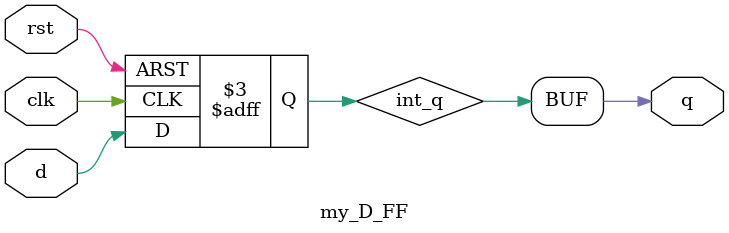
<source format=v>
module my_D_FF
(
	input d,
	input clk,
	input rst,
	output q
);
reg int_q;

assign q = int_q;

always @(posedge clk or negedge rst)
	if (~rst)
	begin
		int_q = 1'b0;
	end
	else
	begin
		int_q = d;
	end

endmodule

</source>
